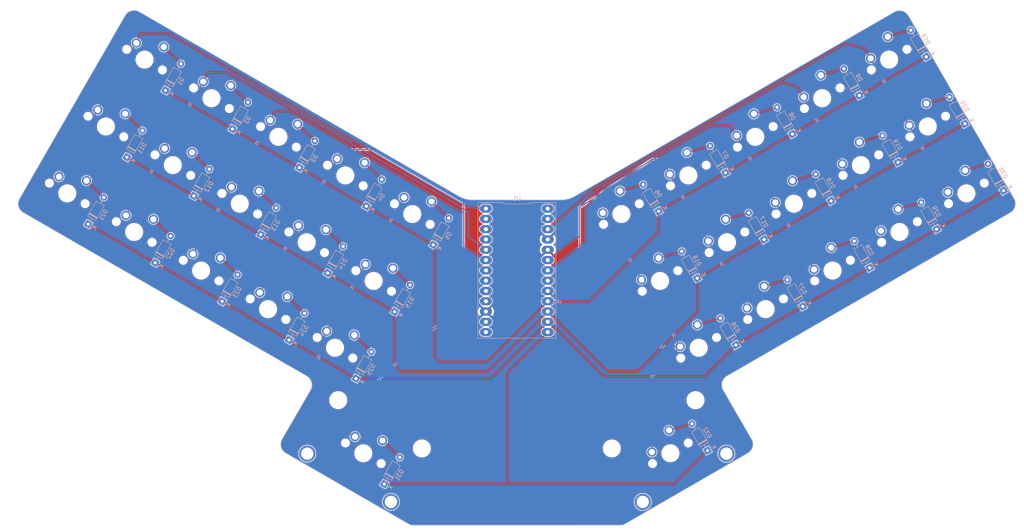
<source format=kicad_pcb>
(kicad_pcb (version 20221018) (generator pcbnew)
  (layers (0 "F.Cu" signal) (31 "B.Cu" signal) (34 "B.Paste" user) (35 "F.Paste" user) (36 "B.SilkS" user "B.Silkscreen") (37 "F.SilkS" user "F.Silkscreen") (38 "B.Mask" user) (39 "F.Mask" user) (44 "Edge.Cuts" user))
  (net 0 "")
  (net 1 "/ROW1")
  (net 2 "Net-(D1-A)")
  (net 3 "Net-(D2-A)")
  (net 4 "Net-(D3-A)")
  (net 5 "Net-(D4-A)")
  (net 6 "Net-(D5-A)")
  (net 7 "Net-(D6-A)")
  (net 8 "Net-(D7-A)")
  (net 9 "Net-(D8-A)")
  (net 10 "Net-(D9-A)")
  (net 11 "Net-(D10-A)")
  (net 12 "/ROW2")
  (net 13 "Net-(D11-A)")
  (net 14 "Net-(D12-A)")
  (net 15 "Net-(D13-A)")
  (net 16 "Net-(D14-A)")
  (net 17 "Net-(D15-A)")
  (net 18 "Net-(D16-A)")
  (net 19 "Net-(D17-A)")
  (net 20 "Net-(D18-A)")
  (net 21 "Net-(D19-A)")
  (net 22 "Net-(D20-A)")
  (net 23 "/ROW3")
  (net 24 "Net-(D21-A)")
  (net 25 "Net-(D22-A)")
  (net 26 "Net-(D23-A)")
  (net 27 "Net-(D24-A)")
  (net 28 "Net-(D25-A)")
  (net 29 "Net-(D26-A)")
  (net 30 "Net-(D27-A)")
  (net 31 "Net-(D28-A)")
  (net 32 "Net-(D29-A)")
  (net 33 "Net-(D30-A)")
  (net 34 "/ROW4")
  (net 35 "Net-(D31-A)")
  (net 36 "Net-(D32-A)")
  (net 38 "/COL1")
  (net 39 "/COL2")
  (net 40 "GND")
  (net 41 "/COL3")
  (net 42 "/COL4")
  (net 43 "/COL5")
  (net 44 "/COL6")
  (net 45 "/COL7")
  (net 46 "/COL8")
  (net 47 "/COL9")
  (net 48 "/COL10")
  (net 52 "+3V3")
  (footprint "marbastlib-mx:SW_MX_1u" (layer "F.Cu") (at 90.05696 64.71804 -30)
    (fp_text reference "SW3" hide)
    (fp_text value "MX_SW_solder")
  )
  (footprint "marbastlib-mx:SW_MX_1u" (layer "F.Cu") (at 38.010192 78.662772 -30)
    (fp_text reference "SW21" hide)
    (fp_text value "MX_SW_solder")
  )
  (footprint "marbastlib-mx:SW_MX_1u" (layer "F.Cu") (at 54.507976 88.187772 -30)
    (fp_text reference "SW22" hide)
    (fp_text value "MX_SW_solder")
  )
  (footprint "marbastlib-mx:SW_MX_1u" (layer "F.Cu") (at 200.621356 90.739988 30)
    (fp_text reference "SW17" hide)
    (fp_text value "MX_SW_solder")
  )
  (footprint "marbastlib-mx:SW_MX_1u" (layer "F.Cu") (at 210.145256 107.238608 30)
    (fp_text reference "SW27" hide)
    (fp_text value "MX_SW_solder")
  )
  (footprint "marbastlib-mx:SW_MX_1u" (layer "F.Cu") (at 113.526328 100.265472 -30)
    (fp_text reference "SW15" hide)
    (fp_text value "MX_SW_solder")
  )
  (footprint "marbastlib-mx:SW_MX_1u" (layer "F.Cu") (at 243.140824 88.188608 30)
    (fp_text reference "SW29" hide)
    (fp_text value "MX_SW_solder")
  )
  (footprint "marbastlib-mx:SW_MX_1u" (layer "F.Cu") (at 57.061392 45.66804 -30)
    (fp_text reference "SW1" hide)
    (fp_text value "MX_SW_solder")
  )
  (footprint "marbastlib-mx:SW_MX_1u" (layer "F.Cu") (at 64.032976 71.690472 -30)
    (fp_text reference "SW12" hide)
    (fp_text value "MX_SW_solder")
  )
  (footprint "marbastlib-mx:SW_MX_1u" (layer "F.Cu") (at 80.53076 81.215472 -30)
    (fp_text reference "SW13" hide)
    (fp_text value "MX_SW_solder")
  )
  (footprint "marbastlib-mx:SW_MX_1u" (layer "F.Cu") (at 174.598572 83.767688 30)
    (fp_text reference "SW6" hide)
    (fp_text value "MX_SW_solder")
  )
  (footprint "marbastlib-mx:SW_MX_1u" (layer "F.Cu") (at 226.64304 97.713608 30)
    (fp_text reference "SW28" hide)
    (fp_text value "MX_SW_solder")
  )
  (footprint "marbastlib-mx:SW_MX_1u" (layer "F.Cu") (at 224.091924 55.192688 30)
    (fp_text reference "SW9" hide)
    (fp_text value "MX_SW_solder")
  )
  (footprint "marbastlib-mx:SW_MX_1u" (layer "F.Cu") (at 233.616924 71.689988 30)
    (fp_text reference "SW19" hide)
    (fp_text value "MX_SW_solder")
  )
  (footprint "marbastlib-mx:SW_MX_1u" (layer "F.Cu") (at 250.114708 62.164988 30)
    (fp_text reference "SW20" hide)
    (fp_text value "MX_SW_solder")
  )
  (footprint "marbastlib-mx:STAB_MX_P_2u" (layer "F.Cu") (at 186.675442 142.785178 -150)
    (fp_text reference "S32" hide)
    (fp_text value "MX_stab")
  )
  (footprint "marbastlib-mx:SW_MX_1u" (layer "F.Cu") (at 110.975312 142.786392 -30)
    (fp_text reference "SW31" hide)
    (fp_text value "MX_SW_solder")
  )
  (footprint "marbastlib-mx:SW_MX_1u" (layer "F.Cu") (at 191.096356 74.242688 30)
    (fp_text reference "SW7" hide)
    (fp_text value "MX_SW_solder")
  )
  (footprint "marbastlib-mx:SW_MX_1u" (layer "F.Cu") (at 106.554744 74.24304 -30)
    (fp_text reference "SW4" hide)
    (fp_text value "MX_SW_solder")
  )
  (footprint "marbastlib-mx:SW_MX_1u" (layer "F.Cu") (at 123.052528 83.76804 -30)
    (fp_text reference "SW5" hide)
    (fp_text value "MX_SW_solder")
  )
  (footprint "marbastlib-mx:SW_MX_1u" (layer "F.Cu") (at 217.11914 81.214988 30)
    (fp_text reference "SW18" hide)
    (fp_text value "MX_SW_solder")
  )
  (footprint "marbastlib-mx:SW_MX_1u" (layer "F.Cu") (at 47.535192 62.165472 -30)
    (fp_text reference "SW11" hide)
    (fp_text value "MX_SW_solder")
  )
  (footprint "marbastlib-mx:SW_MX_1u" (layer "F.Cu") (at 73.559176 55.19304 -30)
    (fp_text reference "SW2" hide)
    (fp_text value "MX_SW_solder")
  )
  (footprint "marbastlib-mx:SW_MX_1u" (layer "F.Cu") (at 71.00576 97.712772 -30)
    (fp_text reference "SW23" hide)
    (fp_text value "MX_SW_solder")
  )
  (footprint "marbastlib-mx:SW_MX_1u" (layer "F.Cu") (at 97.028544 90.740472 -30)
    (fp_text reference "SW14" hide)
    (fp_text value "MX_SW_solder")
  )
  (footprint "marbastlib-mx:SW_MX_1u" (layer "F.Cu") (at 87.503544 107.237772 -30)
    (fp_text reference "SW24" hide)
    (fp_text value "MX_SW_solder")
  )
  (footprint "marbastlib-mx:STAB_MX_P_2u" (layer "F.Cu") (at 110.974458 142.785178 150)
    (fp_text reference "S31" hide)
    (fp_text value "MX_stab")
  )
  (footprint "marbastlib-mx:SW_MX_1u" (layer "F.Cu") (at 104.001328 116.762772 -30)
    (fp_text reference "SW25" hide)
    (fp_text value "MX_SW_solder")
  )
  (footprint "marbastlib-mx:SW_MX_1u" (layer "F.Cu") (at 207.59414 64.717688 30)
    (fp_text reference "SW8" hide)
    (fp_text value "MX_SW_solder")
  )
  (footprint "marbastlib-mx:SW_MX_1u" (layer "F.Cu") (at 184.123572 100.264988 30)
    (fp_text reference "SW16" hide)
    (fp_text value "MX_SW_solder")
  )
  (footprint "marbastlib-mx:SW_MX_1u" (layer "F.Cu") (at 186.674688 142.786392 30)
    (fp_text reference "SW32" hide)
    (fp_text value "MX_SW_solder")
  )
  (footprint "marbastlib-mx:SW_MX_1u" (layer "F.Cu") (at 240.589708 45.667688 30)
    (fp_text reference "SW10" hide)
    (fp_text value "MX_SW_solder")
  )
  (footprint "marbastlib-mx:SW_MX_1u" (layer "F.Cu") (at 259.638608 78.663608 30)
    (fp_text reference "SW30" hide)
    (fp_text value "MX_SW_solder")
  )
  (footprint "marbastlib-mx:SW_MX_1u" (layer "F.Cu") (at 193.647472 116.763608 30)
    (fp_text reference "SW26" hide)
    (fp_text value "MX_SW_solder")
  )
  (footprint "Diode_THT:D_DO-35_SOD27_P7.62mm_Horizontal" (layer "B.Cu") (at 43.181947 86.253776 60)
    (fp_text reference "D21")
    (fp_text value "D_Small")
  )
  (footprint "Diode_THT:D_DO-35_SOD27_P7.62mm_Horizontal" (layer "B.Cu") (at 193.283452 99.581619 120)
    (fp_text reference "D16")
    (fp_text value "D_Small")
  )
  (footprint "Diode_THT:D_DO-35_SOD27_P7.62mm_Horizontal" (layer "B.Cu") (at 200.256235 73.559319 120)
    (fp_text reference "D7")
    (fp_text value "D_Small")
  )
  (footprint "Diode_THT:D_DO-35_SOD27_P7.62mm_Horizontal" (layer "B.Cu") (at 52.706947 69.756476 60)
    (fp_text reference "D11")
    (fp_text value "D_Small")
  )
  (footprint "Diode_THT:D_DO-35_SOD27_P7.62mm_Horizontal" (layer "B.Cu") (at 118.698083 107.856476 60)
    (fp_text reference "D15")
    (fp_text value "D_Small")
  )
  (footprint "Diode_THT:D_DO-35_SOD27_P7.62mm_Horizontal" (layer "B.Cu") (at 226.27902 80.531619 120)
    (fp_text reference "D18")
    (fp_text value "D_Small")
  )
  (footprint "Diode_THT:D_DO-35_SOD27_P7.62mm_Horizontal" (layer "B.Cu") (at 209.781236 90.056619 120)
    (fp_text reference "D17")
    (fp_text value "D_Small")
  )
  (footprint "Diode_THT:D_DO-35_SOD27_P7.62mm_Horizontal" (layer "B.Cu") (at 235.80292 97.030239 120)
    (fp_text reference "D28")
    (fp_text value "D_Small")
  )
  (footprint "Diode_THT:D_DO-35_SOD27_P7.62mm_Horizontal" (layer "B.Cu") (at 78.730931 62.784044 60)
    (fp_text reference "D2")
    (fp_text value "D_Small")
  )
  (footprint "Diode_THT:D_DO-35_SOD27_P7.62mm_Horizontal" (layer "B.Cu") (at 62.233147 53.259044 60)
    (fp_text reference "D1")
    (fp_text value "D_Small")
  )
  (footprint "Diode_THT:D_DO-35_SOD27_P7.62mm_Horizontal" (layer "B.Cu") (at 109.173083 124.353776 60)
    (fp_text reference "D25")
    (fp_text value "D_Small")
  )
  (footprint "Diode_THT:D_DO-35_SOD27_P7.62mm_Horizontal" (layer "B.Cu") (at 242.776804 71.006619 120)
    (fp_text reference "D19")
    (fp_text value "D_Small")
  )
  (footprint "Diode_THT:D_DO-35_SOD27_P7.62mm_Horizontal" (layer "B.Cu") (at 92.675299 114.828776 60)
    (fp_text reference "D24")
    (fp_text value "D_Small")
  )
  (footprint "Diode_THT:D_DO-35_SOD27_P7.62mm_Horizontal" (layer "B.Cu") (at 116.147067 150.377396 60)
    (fp_text reference "D31")
    (fp_text value "D_Small")
  )
  (footprint "Diode_THT:D_DO-35_SOD27_P7.62mm_Horizontal" (layer "B.Cu") (at 59.679731 95.778776 60)
    (fp_text reference "D22")
    (fp_text value "D_Small")
  )
  (footprint "Diode_THT:D_DO-35_SOD27_P7.62mm_Horizontal" (layer "B.Cu") (at 268.798488 77.980239 120)
    (fp_text reference "D30")
    (fp_text value "D_Small")
  )
  (footprint "Diode_THT:D_DO-35_SOD27_P7.62mm_Horizontal" (layer "B.Cu") (at 252.300704 87.505239 120)
    (fp_text reference "D29")
    (fp_text value "D_Small")
  )
  (footprint "Diode_THT:D_DO-35_SOD27_P7.62mm_Horizontal" (layer "B.Cu") (at 95.228715 72.309044 60)
    (fp_text reference "D3")
    (fp_text value "D_Small")
  )
  (footprint "Pro-Micro:Pro-Micro" (layer "B.Cu") (at 148.82495 81.28 180)
    (fp_text reference "U1")
    (fp_text value "~")
  )
  (footprint "Diode_THT:D_DO-35_SOD27_P7.62mm_Horizontal" (layer "B.Cu") (at 128.224283 91.359044 60)
    (fp_text reference "D5")
    (fp_text value "D_Small")
  )
  (footprint "Diode_THT:D_DO-35_SOD27_P7.62mm_Horizontal" (layer "B.Cu") (at 219.305136 106.555239 120)
    (fp_text reference "D27")
    (fp_text value "D_Small")
  )
  (footprint "Diode_THT:D_DO-35_SOD27_P7.62mm_Horizontal" (layer "B.Cu") (at 85.702515 88.806476 60)
    (fp_text reference "D13")
    (fp_text value "D_Small")
  )
  (footprint "Diode_THT:D_DO-35_SOD27_P7.62mm_Horizontal" (layer "B.Cu") (at 76.177515 105.303776 60)
    (fp_text reference "D23")
    (fp_text value "D_Small")
  )
  (footprint "Diode_THT:D_DO-35_SOD27_P7.62mm_Horizontal" (layer "B.Cu") (at 202.807352 116.080239 120)
    (fp_text reference "D26")
    (fp_text value "D_Small")
  )
  (footprint "Diode_THT:D_DO-35_SOD27_P7.62mm_Horizontal" (layer "B.Cu") (at 259.274588 61.481619 120)
    (fp_text reference "D20")
    (fp_text value "D_Small")
  )
  (footprint "Diode_THT:D_DO-35_SOD27_P7.62mm_Horizontal" (layer "B.Cu") (at 102.200299 98.331476 60)
    (fp_text reference "D14")
    (fp_text value "D_Small")
  )
  (footprint "Diode_THT:D_DO-35_SOD27_P7.62mm_Horizontal" (layer "B.Cu") (at 216.754019 64.034319 120)
    (fp_text reference "D8")
    (fp_text value "D_Small")
  )
  (footprint "Diode_THT:D_DO-35_SOD27_P7.62mm_Horizontal" (layer "B.Cu") (at 183.758451 83.084319 120)
    (fp_text reference "D6")
    (fp_text value "D_Small")
  )
  (footprint "Diode_THT:D_DO-35_SOD27_P7.62mm_Horizontal" (layer "B.Cu") (at 249.749587 44.984319 120)
    (fp_text reference "D10")
    (fp_text value "D_Small")
  )
  (footprint "Diode_THT:D_DO-35_SOD27_P7.62mm_Horizontal" (layer "B.Cu") (at 111.726499 81.834044 60)
    (fp_text reference "D4")
    (fp_text value "D_Small")
  )
  (footprint "Diode_THT:D_DO-35_SOD27_P7.62mm_Horizontal" (layer "B.Cu") (at 195.834568 142.103023 120)
    (fp_text reference "D32")
    (fp_text value "D_Small")
  )
  (footprint "Diode_THT:D_DO-35_SOD27_P7.62mm_Horizontal" (layer "B.Cu") (at 233.251803 54.509319 120)
    (fp_text reference "D9")
    (fp_text value "D_Small")
  )
  (footprint "Diode_THT:D_DO-35_SOD27_P7.62mm_Horizontal" (layer "B.Cu") (at 69.204731 79.281476 60)
    (fp_text reference "D12")
    (fp_text value "D_Small")
  )
  (gr_line (start 205.742045 142.760608) (end 175.526229 160.218481) (stroke (width 0.1)) (layer "Edge.Cuts"))
  (gr_line (start 122.115164 160.226457) (end 91.900746 142.769577) (stroke (width 0.1)) (layer "Edge.Cuts"))
  (gr_arc (start 241.872075 33.908304) (mid 243.799416 33.654855) (end 245.341524 34.838414) (stroke (width 0.1)) (layer "Edge.Cuts"))
  (gr_line (start 97.03386 123.741286) (end 27.200691 83.421927) (stroke (width 0.1)) (layer "Edge.Cuts"))
  (gr_arc (start 97.03386 123.741286) (mid 98.217535 125.284511) (end 97.962586 127.212618) (stroke (width 0.1)) (layer "Edge.Cuts"))
  (gr_arc (start 137.778501 80.253594) (mid 136.135601 80.036825) (end 134.604731 79.402361) (stroke (width 0.1)) (layer "Edge.Cuts"))
  (gr_line (start 26.269804 79.954335) (end 52.285404 34.794643) (stroke (width 0.1)) (layer "Edge.Cuts"))
  (gr_line (start 55.756662 33.863039) (end 134.604731 79.402361) (stroke (width 0.1)) (layer "Edge.Cuts"))
  (gr_line (start 199.687933 127.193104) (end 206.671193 139.291549) (stroke (width 0.1)) (layer "Edge.Cuts"))
  (gr_arc (start 271.383178 79.953065) (mid 271.636719 81.880623) (end 270.452924 83.422828) (stroke (width 0.1)) (layer "Edge.Cuts"))
  (gr_line (start 90.972678 139.298625) (end 97.962586 127.212618) (stroke (width 0.1)) (layer "Edge.Cuts"))
  (gr_arc (start 91.900746 142.769577) (mid 90.717632 141.22637) (end 90.972678 139.298625) (stroke (width 0.1)) (layer "Edge.Cuts"))
  (gr_arc (start 199.687933 127.193104) (mid 199.434399 125.265544) (end 200.618215 123.72339) (stroke (width 0.1)) (layer "Edge.Cuts"))
  (gr_line (start 270.452924 83.422828) (end 200.618215 123.72339) (stroke (width 0.1)) (layer "Edge.Cuts"))
  (gr_arc (start 52.285404 34.794643) (mid 53.82794 33.609356) (end 55.756662 33.863039) (stroke (width 0.1)) (layer "Edge.Cuts"))
  (gr_line (start 174.25593 160.559179) (end 123.386249 160.567149) (stroke (width 0.1)) (layer "Edge.Cuts"))
  (gr_arc (start 175.526229 160.218481) (mid 174.913513 160.472475) (end 174.25593 160.559179) (stroke (width 0.1)) (layer "Edge.Cuts"))
  (gr_arc (start 163.029368 79.410637) (mid 161.497266 80.044874) (end 159.853199 80.260846) (stroke (width 0.1)) (layer "Edge.Cuts"))
  (gr_arc (start 123.386249 160.567149) (mid 122.728256 160.48056) (end 122.115164 160.226457) (stroke (width 0.1)) (layer "Edge.Cuts"))
  (gr_line (start 163.029368 79.410637) (end 241.872075 33.908304) (stroke (width 0.1)) (layer "Edge.Cuts"))
  (gr_arc (start 206.671193 139.291549) (mid 206.924868 141.218453) (end 205.742045 142.760608) (stroke (width 0.1)) (layer "Edge.Cuts"))
  (gr_line (start 245.341524 34.838414) (end 271.383178 79.953065) (stroke (width 0.1)) (layer "Edge.Cuts"))
  (gr_arc (start 27.200691 83.421927) (mid 26.017578 81.880793) (end 26.269804 79.954335) (stroke (width 0.1)) (layer "Edge.Cuts"))
  (gr_line (start 137.778501 80.253594) (end 159.853199 80.260846) (stroke (width 0.1)) (layer "Edge.Cuts"))
  (segment (start 166.610371 105.28) (end 156.44495 105.28) (width 0.25) (layer "B.Cu") (net 1))
  (segment (start 128.5875 91.722261) (end 128.5875 119.0625) (width 0.25) (layer "B.Cu") (net 1))
  (segment (start 249.749587 44.984319) (end 183.758451 83.084319) (width 0.25) (layer "B.Cu") (net 1))
  (segment (start 129.778125 120.253125) (end 141.471825 120.253125) (width 0.25) (layer "B.Cu") (net 1))
  (segment (start 78.730931 62.784044) (end 128.224283 91.359044) (width 0.25) (layer "B.Cu") (net 1))
  (segment (start 141.471825 120.253125) (end 156.44495 105.28) (width 0.25) (layer "B.Cu") (net 1))
  (segment (start 62.233147 53.259044) (end 78.730931 62.784044) (width 0.25) (layer "B.Cu") (net 1))
  (segment (start 128.224283 91.359044) (end 128.5875 91.722261) (width 0.25) (layer "B.Cu") (net 1))
  (segment (start 183.758451 88.13192) (end 166.610371 105.28) (width 0.25) (layer "B.Cu") (net 1))
  (segment (start 128.5875 119.0625) (end 129.778125 120.253125) (width 0.25) (layer "B.Cu") (net 1))
  (segment (start 183.758451 83.084319) (end 183.758451 88.13192) (width 0.25) (layer "B.Cu") (net 1))
  (segment (start 61.801097 42.538631) (end 66.043147 46.65993) (width 0.25) (layer "B.Cu") (net 2))
  (segment (start 78.298881 52.063631) (end 82.540931 56.18493) (width 0.25) (layer "B.Cu") (net 3))
  (segment (start 94.796665 61.588631) (end 99.038715 65.70993) (width 0.25) (layer "B.Cu") (net 4))
  (segment (start 111.294449 71.113631) (end 115.536499 75.23493) (width 0.25) (layer "B.Cu") (net 5))
  (segment (start 127.792233 80.638631) (end 132.034283 84.75993) (width 0.25) (layer "B.Cu") (net 6))
  (segment (start 174.258277 78.098279) (end 179.948451 76.485205) (width 0.25) (layer "B.Cu") (net 7))
  (segment (start 190.756061 68.573279) (end 196.446235 66.960205) (width 0.25) (layer "B.Cu") (net 8))
  (segment (start 207.253845 59.048279) (end 212.944019 57.435205) (width 0.25) (layer "B.Cu") (net 9))
  (segment (start 223.751629 49.523279) (end 229.441803 47.910205) (width 0.25) (layer "B.Cu") (net 10))
  (segment (start 240.249413 39.998279) (end 245.939587 38.385205) (width 0.25) (layer "B.Cu") (net 11))
  (segment (start 118.698083 121.079333) (end 120.253125 122.634375) (width 0.25) (layer "B.Cu") (net 12))
  (segment (start 141.630575 122.634375) (end 156.44495 107.82) (width 0.25) (layer "B.Cu") (net 12))
  (segment (start 193.283452 107.944673) (end 178.59375 122.634375) (width 0.25) (layer "B.Cu") (net 12))
  (segment (start 171.259325 122.634375) (end 156.44495 107.82) (width 0.25) (layer "B.Cu") (net 12))
  (segment (start 259.274588 61.481619) (end 193.283452 99.581619) (width 0.25) (layer "B.Cu") (net 12))
  (segment (start 193.283452 99.581619) (end 193.283452 107.944673) (width 0.25) (layer "B.Cu") (net 12))
  (segment (start 52.706947 69.756476) (end 118.698083 107.856476) (width 0.25) (layer "B.Cu") (net 12))
  (segment (start 178.59375 122.634375) (end 171.259325 122.634375) (width 0.25) (layer "B.Cu") (net 12))
  (segment (start 120.253125 122.634375) (end 141.630575 122.634375) (width 0.25) (layer "B.Cu") (net 12))
  (segment (start 118.698083 107.856476) (end 118.698083 121.079333) (width 0.25) (layer "B.Cu") (net 12))
  (segment (start 52.274897 59.036063) (end 56.516947 63.157362) (width 0.25) (layer "B.Cu") (net 13))
  (segment (start 68.772681 68.561063) (end 73.014731 72.682362) (width 0.25) (layer "B.Cu") (net 14))
  (segment (start 85.270465 78.086063) (end 89.512515 82.207362) (width 0.25) (layer "B.Cu") (net 15))
  (segment (start 101.768249 87.611063) (end 106.010299 91.732362) (width 0.25) (layer "B.Cu") (net 16))
  (segment (start 118.266033 97.136063) (end 122.508083 101.257362) (width 0.25) (layer "B.Cu") (net 17))
  (segment (start 189.473452 92.982505) (end 183.783277 94.595579) (width 0.25) (layer "B.Cu") (net 18))
  (segment (start 205.971236 83.457505) (end 200.281061 85.070579) (width 0.25) (layer "B.Cu") (net 19))
  (segment (start 216.778845 75.545579) (end 222.46902 73.932505) (width 0.25) (layer "B.Cu") (net 20))
  (segment (start 233.276629 66.020579) (end 238.966804 64.407505) (width 0.25) (layer "B.Cu") (net 21))
  (segment (start 249.774413 56.495579) (end 255.464588 54.882505) (width 0.25) (layer "B.Cu") (net 22))
  (segment (start 43.181947 86.253776) (end 109.173083 124.353776) (width 0.25) (layer "B.Cu") (net 23))
  (segment (start 156.794375 110.36) (end 156.44495 110.36) (width 0.25) (layer "B.Cu") (net 23))
  (segment (start 170.259375 123.825) (end 156.794375 110.36) (width 0.25) (layer "B.Cu") (net 23))
  (segment (start 142.451174 124.353776) (end 156.44495 110.36) (width 0.25) (layer "B.Cu") (net 23))
  (segment (start 195.062591 123.825) (end 170.259375 123.825) (width 0.25) (layer "B.Cu") (net 23))
  (segment (start 268.798488 77.980239) (end 202.807352 116.080239) (width 0.25) (layer "B.Cu") (net 23))
  (segment (start 109.173083 124.353776) (end 142.451174 124.353776) (width 0.25) (layer "B.Cu") (net 23))
  (segment (start 202.807352 116.080239) (end 195.062591 123.825) (width 0.25) (layer "B.Cu") (net 23))
  (segment (start 42.749897 75.533363) (end 46.991947 79.654662) (width 0.25) (layer "B.Cu") (net 24))
  (segment (start 59.247681 85.058363) (end 63.489731 89.179662) (width 0.25) (layer "B.Cu") (net 25))
  (segment (start 75.745465 94.583363) (end 79.987515 98.704662) (width 0.25) (layer "B.Cu") (net 26))
  (segment (start 92.243249 104.108363) (end 96.485299 108.229662) (width 0.25) (layer "B.Cu") (net 27))
  (segment (start 108.741033 113.633363) (end 112.983083 117.754662) (width 0.25) (layer "B.Cu") (net 28))
  (segment (start 193.307177 111.094199) (end 198.997352 109.481125) (width 0.25) (layer "B.Cu") (net 29))
  (segment (start 209.804961 101.569199) (end 215.495136 99.956125) (width 0.25) (layer "B.Cu") (net 30))
  (segment (start 226.302745 92.044199) (end 231.99292 90.431125) (width 0.25) (layer "B.Cu") (net 31))
  (segment (start 242.800529 82.519199) (end 248.490704 80.906125) (width 0.25) (layer "B.Cu") (net 32))
  (segment (start 259.298313 72.994199) (end 264.988488 71.381125) (width 0.25) (layer "B.Cu") (net 33))
  (segment (start 116.147067 150.377396) (end 187.560195 150.377396) (width 0.25) (layer "B.Cu") (net 34))
  (segment (start 146.446875 122.898075) (end 156.44495 112.9) (width 0.25) (layer "B.Cu") (net 34))
  (segment (start 187.560195 150.377396) (end 195.834568 142.103023) (width 0.25) (layer "B.Cu") (net 34))
  (segment (start 146.446875 150.01875) (end 146.446875 122.898075) (width 0.25) (layer "B.Cu") (net 34))
  (segment (start 146.088229 150.377396) (end 146.446875 150.01875) (width 0.25) (layer "B.Cu") (net 34))
  (segment (start 116.147067 150.377396) (end 146.088229 150.377396) (width 0.25) (layer "B.Cu") (net 34))
  (segment (start 115.715017 139.656983) (end 119.957067 143.778282) (width 0.25) (layer "B.Cu") (net 35))
  (segment (start 186.334393 137.116983) (end 192.024568 135.503909) (width 0.25) (layer "B.Cu") (net 36))
  (segment (start 55.031835 41.563335) (end 45.505635 58.060767) (width 0.25) (layer "F.Cu") (net 38))
  (segment (start 45.505635 58.060767) (end 35.980635 74.558067) (width 0.25) (layer "F.Cu") (net 38))
  (segment (start 136.921875 82.153125) (end 141.20495 82.42) (width 0.25) (layer "B.Cu") (net 38))
  (segment (start 55.959375 39.290625) (end 63.103125 39.290625) (width 0.25) (layer "B.Cu") (net 38))
  (segment (start 63.103125 39.290625) (end 136.921875 82.153125) (width 0.25) (layer "B.Cu") (net 38))
  (segment (start 55.031835 41.563335) (end 55.959375 39.290625) (width 0.25) (layer "B.Cu") (net 38))
  (segment (start 71.529619 51.088335) (end 62.003419 67.585767) (width 0.25) (layer "F.Cu") (net 39))
  (segment (start 62.003419 67.585767) (end 52.478419 84.083067) (width 0.25) (layer "F.Cu") (net 39))
  (segment (start 136.921875 89.296875) (end 141.20495 92.58) (width 0.25) (layer "B.Cu") (net 39))
  (segment (start 71.529619 51.088335) (end 72.628125 48.815625) (width 0.25) (layer "B.Cu") (net 39))
  (segment (start 71.529619 51.104756) (end 71.4375 51.196875) (width 0.25) (layer "B.Cu") (net 39))
  (segment (start 133.35 80.9625) (end 136.921875 83.34375) (width 0.25) (layer "B.Cu") (net 39))
  (segment (start 136.921875 83.34375) (end 136.921875 89.296875) (width 0.25) (layer "B.Cu") (net 39))
  (segment (start 71.529619 51.088335) (end 71.529619 51.104756) (width 0.25) (layer "B.Cu") (net 39))
  (segment (start 72.628125 48.815625) (end 77.390625 48.815625) (width 0.25) (layer "B.Cu") (net 39))
  (segment (start 77.390625 48.815625) (end 133.35 80.9625) (width 0.25) (layer "B.Cu") (net 39))
  (segment (start 78.501203 77.110767) (end 68.976203 93.608067) (width 0.25) (layer "F.Cu") (net 41))
  (segment (start 88.027403 60.613335) (end 78.501203 77.110767) (width 0.25) (layer "F.Cu") (net 41))
  (segment (start 133.35 82.153125) (end 135.73125 83.34375) (width 0.25) (layer "B.Cu") (net 41))
  (segment (start 89.296875 58.340625) (end 92.86875 58.340625) (width 0.25) (layer "B.Cu") (net 41))
  (segment (start 135.73125 83.34375) (end 135.73125 91.678125) (width 0.25) (layer "B.Cu") (net 41))
  (segment (start 88.027403 60.613335) (end 89.296875 58.340625) (width 0.25) (layer "B.Cu") (net 41))
  (segment (start 92.86875 58.340625) (end 133.35 82.153125) (width 0.25) (layer "B.Cu") (net 41))
  (segment (start 135.73125 91.678125) (end 141.20495 95.12) (width 0.25) (layer "B.Cu") (net 41))
  (segment (start 113.109375 67.865625) (end 135.73125 80.9625) (width 0.25) (layer "F.Cu") (net 42))
  (segment (start 104.525187 70.138335) (end 105.965625 67.865625) (width 0.25) (layer "F.Cu") (net 42))
  (segment (start 104.525187 70.138335) (end 94.998987 86.635767) (width 0.25) (layer "F.Cu") (net 42))
  (segment (start 105.965625 67.865625) (end 113.109375 67.865625) (width 0.25) (layer "F.Cu") (net 42))
  (segment (start 135.73125 80.9625) (end 135.73125 94.059375) (width 0.25) (layer "F.Cu") (net 42))
  (segment (start 94.998987 86.635767) (end 85.473987 103.133067) (width 0.25) (layer "F.Cu") (net 42))
  (segment (start 135.73125 94.059375) (end 141.20495 97.66) (width 0.25) (layer "F.Cu") (net 42))
  (segment (start 121.022971 79.663335) (end 111.496771 96.160767) (width 0.25) (layer "F.Cu") (net 43))
  (segment (start 100.0125 133.35) (end 100.0125 116.68125) (width 0.25) (layer "F.Cu") (net 43))
  (segment (start 100.0125 116.68125) (end 101.971771 112.658067) (width 0.25) (layer "F.Cu") (net 43))
  (segment (start 113.109375 126.20625) (end 141.20495 100.2) (width 0.25) (layer "F.Cu") (net 43))
  (segment (start 108.945755 138.681687) (end 113.109375 132.159375) (width 0.25) (layer "F.Cu") (net 43))
  (segment (start 113.109375 132.159375) (end 113.109375 126.20625) (width 0.25) (layer "F.Cu") (net 43))
  (segment (start 101.971771 112.658067) (end 111.496771 96.160767) (width 0.25) (layer "F.Cu") (net 43))
  (segment (start 108.945755 138.681687) (end 100.0125 133.35) (width 0.25) (layer "F.Cu") (net 43))
  (segment (start 189.077915 116.468903) (end 182.165625 123.825) (width 0.25) (layer "F.Cu") (net 44))
  (segment (start 182.105131 142.491687) (end 182.165625 123.825) (width 0.25) (layer "F.Cu") (net 44))
  (segment (start 170.029015 83.472983) (end 179.554015 99.970283) (width 0.25) (layer "F.Cu") (net 44))
  (segment (start 179.554015 99.970283) (end 189.077915 116.468903) (width 0.25) (layer "F.Cu") (net 44))
  (segment (start 189.077915 116.468903) (end 170.259375 116.68125) (width 0.25) (layer "F.Cu") (net 44))
  (segment (start 170.259375 116.68125) (end 156.44495 102.74) (width 0.25) (layer "F.Cu") (net 44))
  (segment (start 182.165625 70.246875) (end 164.30625 82.153125) (width 0.25) (layer "F.Cu") (net 45))
  (segment (start 205.575699 106.943903) (end 196.051799 90.445283) (width 0.25) (layer "F.Cu") (net 45))
  (segment (start 196.051799 90.445283) (end 186.526799 73.947983) (width 0.25) (layer "F.Cu") (net 45))
  (segment (start 186.526799 73.947983) (end 184.546875 70.246875) (width 0.25) (layer "F.Cu") (net 45))
  (segment (start 184.546875 70.246875) (end 182.165625 70.246875) (width 0.25) (layer "F.Cu") (net 45))
  (segment (start 164.30625 94.059375) (end 156.44495 100.2) (width 0.25) (layer "F.Cu") (net 45))
  (segment (start 164.30625 82.153125) (end 164.30625 94.059375) (width 0.25) (layer "F.Cu") (net 45))
  (segment (start 203.024583 64.422983) (end 212.549583 80.920283) (width 0.25) (layer "F.Cu") (net 46))
  (segment (start 212.549583 80.920283) (end 222.073483 97.418903) (width 0.25) (layer "F.Cu") (net 46))
  (segment (start 170.259375 77.390625) (end 165.496875 82.153125) (width 0.25) (layer "B.Cu") (net 46))
  (segment (start 165.496875 90.4875) (end 156.44495 97.66) (width 0.25) (layer "B.Cu") (net 46))
  (segment (start 203.024583 64.422983) (end 201.215625 61.9125) (width 0.25) (layer "B.Cu") (net 46))
  (segment (start 196.51556 62.020342) (end 170.259375 77.390625) (width 0.25) (layer "B.Cu") (net 46))
  (segment (start 201.215625 61.9125) (end 196.51556 62.020342) (width 0.25) (layer "B.Cu") (net 46))
  (segment (start 165.496875 82.153125) (end 165.496875 90.4875) (width 0.25) (layer "B.Cu") (net 46))
  (segment (start 229.047367 71.395283) (end 219.522367 54.897983) (width 0.25) (layer "F.Cu") (net 47))
  (segment (start 238.571267 87.893903) (end 229.047367 71.395283) (width 0.25) (layer "F.Cu") (net 47))
  (segment (start 164.30625 82.153125) (end 164.30625 89.296875) (width 0.25) (layer "B.Cu") (net 47))
  (segment (start 214.3125 51.196875) (end 169.06875 77.390625) (width 0.25) (layer "B.Cu") (net 47))
  (segment (start 217.884375 52.3875) (end 214.3125 51.196875) (width 0.25) (layer "B.Cu") (net 47))
  (segment (start 169.06875 77.390625) (end 164.30625 82.153125) (width 0.25) (layer "B.Cu") (net 47))
  (segment (start 164.30625 89.296875) (end 156.44495 95.12) (width 0.25) (layer "B.Cu") (net 47))
  (segment (start 219.522367 54.897983) (end 217.884375 52.3875) (width 0.25) (layer "B.Cu") (net 47))
  (segment (start 245.545151 61.870283) (end 255.069051 78.368903) (width 0.25) (layer "F.Cu") (net 48))
  (segment (start 236.020151 45.372983) (end 245.545151 61.870283) (width 0.25) (layer "F.Cu") (net 48))
  (segment (start 236.020151 45.372983) (end 234.553125 42.8625) (width 0.25) (layer "B.Cu") (net 48))
  (segment (start 167.878125 77.390625) (end 156.44495 87.5) (width 0.25) (layer "B.Cu") (net 48))
  (segment (start 234.553125 42.8625) (end 229.790625 41.671875) (width 0.25) (layer "B.Cu") (net 48))
  (segment (start 229.790625 41.671875) (end 167.878125 77.390625) (width 0.25) (layer "B.Cu") (net 48))
  (zone (net 40) (net_name "GND") (layers "F&B.Cu") (connect_pads (clearance 0.127)) (min_thickness 0.25) (fill yes (thermal_gap 0.5) (thermal_bridge_width 0.5))
    (polygon (pts (xy 53.578125 30.95625) (xy 136.921875 78.58125) (xy 160.734375 78.58125) (xy 244.078125 30.95625) (xy 273.84375 82.153125) (xy 200.025 125.015625) (xy 209.55 141.684375) (xy 175.021875 161.925) (xy 121.44375 161.925) (xy 86.915625 141.684375) (xy 96.440625 126.20625) (xy 21.43125 82.153125)))
  )
)
</source>
